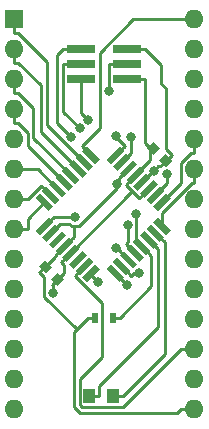
<source format=gbr>
G04 #@! TF.GenerationSoftware,KiCad,Pcbnew,(5.1.5)-3*
G04 #@! TF.CreationDate,2021-05-27T18:06:51+01:00*
G04 #@! TF.ProjectId,C595,43353935-2e6b-4696-9361-645f70636258,rev?*
G04 #@! TF.SameCoordinates,Original*
G04 #@! TF.FileFunction,Copper,L1,Top*
G04 #@! TF.FilePolarity,Positive*
%FSLAX46Y46*%
G04 Gerber Fmt 4.6, Leading zero omitted, Abs format (unit mm)*
G04 Created by KiCad (PCBNEW (5.1.5)-3) date 2021-05-27 18:06:51*
%MOMM*%
%LPD*%
G04 APERTURE LIST*
%ADD10O,1.600000X1.600000*%
%ADD11R,1.600000X1.600000*%
%ADD12C,0.100000*%
%ADD13R,0.500000X0.900000*%
%ADD14R,1.000000X1.250000*%
%ADD15R,2.400000X0.740000*%
%ADD16C,0.800000*%
%ADD17C,0.250000*%
G04 APERTURE END LIST*
D10*
X156240000Y-151000000D03*
X141000000Y-184020000D03*
X156240000Y-153540000D03*
X141000000Y-181480000D03*
X156240000Y-156080000D03*
X141000000Y-178940000D03*
X156240000Y-158620000D03*
X141000000Y-176400000D03*
X156240000Y-161160000D03*
X141000000Y-173860000D03*
X156240000Y-163700000D03*
X141000000Y-171320000D03*
X156240000Y-166240000D03*
X141000000Y-168780000D03*
X156240000Y-168780000D03*
X141000000Y-166240000D03*
X156240000Y-171320000D03*
X141000000Y-163700000D03*
X156240000Y-173860000D03*
X141000000Y-161160000D03*
X156240000Y-176400000D03*
X141000000Y-158620000D03*
X156240000Y-178940000D03*
X141000000Y-156080000D03*
X156240000Y-181480000D03*
X141000000Y-153540000D03*
X156240000Y-184020000D03*
D11*
X141000000Y-151000000D03*
G04 #@! TA.AperFunction,SMDPad,CuDef*
D12*
G36*
X152724963Y-168154074D02*
G01*
X153113872Y-167765165D01*
X154245243Y-168896536D01*
X153856334Y-169285445D01*
X152724963Y-168154074D01*
G37*
G04 #@! TD.AperFunction*
G04 #@! TA.AperFunction,SMDPad,CuDef*
G36*
X152159277Y-168719759D02*
G01*
X152548186Y-168330850D01*
X153679557Y-169462221D01*
X153290648Y-169851130D01*
X152159277Y-168719759D01*
G37*
G04 #@! TD.AperFunction*
G04 #@! TA.AperFunction,SMDPad,CuDef*
G36*
X151593592Y-169285445D02*
G01*
X151982501Y-168896536D01*
X153113872Y-170027907D01*
X152724963Y-170416816D01*
X151593592Y-169285445D01*
G37*
G04 #@! TD.AperFunction*
G04 #@! TA.AperFunction,SMDPad,CuDef*
G36*
X151027907Y-169851130D02*
G01*
X151416816Y-169462221D01*
X152548187Y-170593592D01*
X152159278Y-170982501D01*
X151027907Y-169851130D01*
G37*
G04 #@! TD.AperFunction*
G04 #@! TA.AperFunction,SMDPad,CuDef*
G36*
X150462221Y-170416816D02*
G01*
X150851130Y-170027907D01*
X151982501Y-171159278D01*
X151593592Y-171548187D01*
X150462221Y-170416816D01*
G37*
G04 #@! TD.AperFunction*
G04 #@! TA.AperFunction,SMDPad,CuDef*
G36*
X149896536Y-170982501D02*
G01*
X150285445Y-170593592D01*
X151416816Y-171724963D01*
X151027907Y-172113872D01*
X149896536Y-170982501D01*
G37*
G04 #@! TD.AperFunction*
G04 #@! TA.AperFunction,SMDPad,CuDef*
G36*
X149330850Y-171548186D02*
G01*
X149719759Y-171159277D01*
X150851130Y-172290648D01*
X150462221Y-172679557D01*
X149330850Y-171548186D01*
G37*
G04 #@! TD.AperFunction*
G04 #@! TA.AperFunction,SMDPad,CuDef*
G36*
X148765165Y-172113872D02*
G01*
X149154074Y-171724963D01*
X150285445Y-172856334D01*
X149896536Y-173245243D01*
X148765165Y-172113872D01*
G37*
G04 #@! TD.AperFunction*
G04 #@! TA.AperFunction,SMDPad,CuDef*
G36*
X147845926Y-171724963D02*
G01*
X148234835Y-172113872D01*
X147103464Y-173245243D01*
X146714555Y-172856334D01*
X147845926Y-171724963D01*
G37*
G04 #@! TD.AperFunction*
G04 #@! TA.AperFunction,SMDPad,CuDef*
G36*
X147280241Y-171159277D02*
G01*
X147669150Y-171548186D01*
X146537779Y-172679557D01*
X146148870Y-172290648D01*
X147280241Y-171159277D01*
G37*
G04 #@! TD.AperFunction*
G04 #@! TA.AperFunction,SMDPad,CuDef*
G36*
X146714555Y-170593592D02*
G01*
X147103464Y-170982501D01*
X145972093Y-172113872D01*
X145583184Y-171724963D01*
X146714555Y-170593592D01*
G37*
G04 #@! TD.AperFunction*
G04 #@! TA.AperFunction,SMDPad,CuDef*
G36*
X146148870Y-170027907D02*
G01*
X146537779Y-170416816D01*
X145406408Y-171548187D01*
X145017499Y-171159278D01*
X146148870Y-170027907D01*
G37*
G04 #@! TD.AperFunction*
G04 #@! TA.AperFunction,SMDPad,CuDef*
G36*
X145583184Y-169462221D02*
G01*
X145972093Y-169851130D01*
X144840722Y-170982501D01*
X144451813Y-170593592D01*
X145583184Y-169462221D01*
G37*
G04 #@! TD.AperFunction*
G04 #@! TA.AperFunction,SMDPad,CuDef*
G36*
X145017499Y-168896536D02*
G01*
X145406408Y-169285445D01*
X144275037Y-170416816D01*
X143886128Y-170027907D01*
X145017499Y-168896536D01*
G37*
G04 #@! TD.AperFunction*
G04 #@! TA.AperFunction,SMDPad,CuDef*
G36*
X144451814Y-168330850D02*
G01*
X144840723Y-168719759D01*
X143709352Y-169851130D01*
X143320443Y-169462221D01*
X144451814Y-168330850D01*
G37*
G04 #@! TD.AperFunction*
G04 #@! TA.AperFunction,SMDPad,CuDef*
G36*
X143886128Y-167765165D02*
G01*
X144275037Y-168154074D01*
X143143666Y-169285445D01*
X142754757Y-168896536D01*
X143886128Y-167765165D01*
G37*
G04 #@! TD.AperFunction*
G04 #@! TA.AperFunction,SMDPad,CuDef*
G36*
X142754757Y-166103464D02*
G01*
X143143666Y-165714555D01*
X144275037Y-166845926D01*
X143886128Y-167234835D01*
X142754757Y-166103464D01*
G37*
G04 #@! TD.AperFunction*
G04 #@! TA.AperFunction,SMDPad,CuDef*
G36*
X143320443Y-165537779D02*
G01*
X143709352Y-165148870D01*
X144840723Y-166280241D01*
X144451814Y-166669150D01*
X143320443Y-165537779D01*
G37*
G04 #@! TD.AperFunction*
G04 #@! TA.AperFunction,SMDPad,CuDef*
G36*
X143886128Y-164972093D02*
G01*
X144275037Y-164583184D01*
X145406408Y-165714555D01*
X145017499Y-166103464D01*
X143886128Y-164972093D01*
G37*
G04 #@! TD.AperFunction*
G04 #@! TA.AperFunction,SMDPad,CuDef*
G36*
X144451813Y-164406408D02*
G01*
X144840722Y-164017499D01*
X145972093Y-165148870D01*
X145583184Y-165537779D01*
X144451813Y-164406408D01*
G37*
G04 #@! TD.AperFunction*
G04 #@! TA.AperFunction,SMDPad,CuDef*
G36*
X145017499Y-163840722D02*
G01*
X145406408Y-163451813D01*
X146537779Y-164583184D01*
X146148870Y-164972093D01*
X145017499Y-163840722D01*
G37*
G04 #@! TD.AperFunction*
G04 #@! TA.AperFunction,SMDPad,CuDef*
G36*
X145583184Y-163275037D02*
G01*
X145972093Y-162886128D01*
X147103464Y-164017499D01*
X146714555Y-164406408D01*
X145583184Y-163275037D01*
G37*
G04 #@! TD.AperFunction*
G04 #@! TA.AperFunction,SMDPad,CuDef*
G36*
X146148870Y-162709352D02*
G01*
X146537779Y-162320443D01*
X147669150Y-163451814D01*
X147280241Y-163840723D01*
X146148870Y-162709352D01*
G37*
G04 #@! TD.AperFunction*
G04 #@! TA.AperFunction,SMDPad,CuDef*
G36*
X146714555Y-162143666D02*
G01*
X147103464Y-161754757D01*
X148234835Y-162886128D01*
X147845926Y-163275037D01*
X146714555Y-162143666D01*
G37*
G04 #@! TD.AperFunction*
G04 #@! TA.AperFunction,SMDPad,CuDef*
G36*
X149896536Y-161754757D02*
G01*
X150285445Y-162143666D01*
X149154074Y-163275037D01*
X148765165Y-162886128D01*
X149896536Y-161754757D01*
G37*
G04 #@! TD.AperFunction*
G04 #@! TA.AperFunction,SMDPad,CuDef*
G36*
X150462221Y-162320443D02*
G01*
X150851130Y-162709352D01*
X149719759Y-163840723D01*
X149330850Y-163451814D01*
X150462221Y-162320443D01*
G37*
G04 #@! TD.AperFunction*
G04 #@! TA.AperFunction,SMDPad,CuDef*
G36*
X151027907Y-162886128D02*
G01*
X151416816Y-163275037D01*
X150285445Y-164406408D01*
X149896536Y-164017499D01*
X151027907Y-162886128D01*
G37*
G04 #@! TD.AperFunction*
G04 #@! TA.AperFunction,SMDPad,CuDef*
G36*
X151593592Y-163451813D02*
G01*
X151982501Y-163840722D01*
X150851130Y-164972093D01*
X150462221Y-164583184D01*
X151593592Y-163451813D01*
G37*
G04 #@! TD.AperFunction*
G04 #@! TA.AperFunction,SMDPad,CuDef*
G36*
X152159278Y-164017499D02*
G01*
X152548187Y-164406408D01*
X151416816Y-165537779D01*
X151027907Y-165148870D01*
X152159278Y-164017499D01*
G37*
G04 #@! TD.AperFunction*
G04 #@! TA.AperFunction,SMDPad,CuDef*
G36*
X152724963Y-164583184D02*
G01*
X153113872Y-164972093D01*
X151982501Y-166103464D01*
X151593592Y-165714555D01*
X152724963Y-164583184D01*
G37*
G04 #@! TD.AperFunction*
G04 #@! TA.AperFunction,SMDPad,CuDef*
G36*
X153290648Y-165148870D02*
G01*
X153679557Y-165537779D01*
X152548186Y-166669150D01*
X152159277Y-166280241D01*
X153290648Y-165148870D01*
G37*
G04 #@! TD.AperFunction*
G04 #@! TA.AperFunction,SMDPad,CuDef*
G36*
X153856334Y-165714555D02*
G01*
X154245243Y-166103464D01*
X153113872Y-167234835D01*
X152724963Y-166845926D01*
X153856334Y-165714555D01*
G37*
G04 #@! TD.AperFunction*
G04 #@! TA.AperFunction,SMDPad,CuDef*
G36*
X143066662Y-171917992D02*
G01*
X143596992Y-171387662D01*
X144162678Y-171953348D01*
X143632348Y-172483678D01*
X143066662Y-171917992D01*
G37*
G04 #@! TD.AperFunction*
G04 #@! TA.AperFunction,SMDPad,CuDef*
G36*
X144127322Y-172978652D02*
G01*
X144657652Y-172448322D01*
X145223338Y-173014008D01*
X144693008Y-173544338D01*
X144127322Y-172978652D01*
G37*
G04 #@! TD.AperFunction*
G04 #@! TA.AperFunction,SMDPad,CuDef*
G36*
X153306678Y-161920348D02*
G01*
X152776348Y-162450678D01*
X152210662Y-161884992D01*
X152740992Y-161354662D01*
X153306678Y-161920348D01*
G37*
G04 #@! TD.AperFunction*
G04 #@! TA.AperFunction,SMDPad,CuDef*
G36*
X154367338Y-162981008D02*
G01*
X153837008Y-163511338D01*
X153271322Y-162945652D01*
X153801652Y-162415322D01*
X154367338Y-162981008D01*
G37*
G04 #@! TD.AperFunction*
D13*
X149340000Y-176276000D03*
X147840000Y-176276000D03*
D14*
X149336000Y-182880000D03*
X147336000Y-182880000D03*
D15*
X150540000Y-156083000D03*
X146640000Y-156083000D03*
X150540000Y-154813000D03*
X146640000Y-154813000D03*
X150540000Y-153543000D03*
X146640000Y-153543000D03*
D16*
X149684800Y-164919100D03*
X152827500Y-163809100D03*
X144258400Y-174180800D03*
X149597000Y-160873500D03*
X150886800Y-160937100D03*
X153932400Y-164126300D03*
X150579800Y-168378600D03*
X145814500Y-160952500D03*
X149631600Y-170396100D03*
X149014700Y-157061200D03*
X151529200Y-172489000D03*
X150526000Y-173485800D03*
X148054000Y-173203900D03*
X146534400Y-160234000D03*
X146139200Y-167759500D03*
X151330000Y-167460300D03*
X147259800Y-159536600D03*
D17*
X152065300Y-153543000D02*
X153369000Y-154846700D01*
X153369000Y-154846700D02*
X153369000Y-156428100D01*
X153369000Y-156428100D02*
X153819300Y-156878400D01*
X153819300Y-156878400D02*
X153819300Y-161972800D01*
X153819300Y-161972800D02*
X154314600Y-162468000D01*
X153819300Y-162963300D02*
X154314600Y-162468000D01*
X150540000Y-153543000D02*
X152065300Y-153543000D01*
X146007700Y-168484800D02*
X146439700Y-168484800D01*
X146439700Y-168484800D02*
X149684800Y-165239700D01*
X149684800Y-165239700D02*
X149684800Y-164919100D01*
X144876300Y-168295300D02*
X144876300Y-168295400D01*
X144876300Y-168295400D02*
X145649400Y-168295400D01*
X145649400Y-168295400D02*
X145838800Y-168484800D01*
X145838800Y-168484800D02*
X146007700Y-168484800D01*
X146007700Y-168484800D02*
X146007700Y-169426700D01*
X146296300Y-177244400D02*
X146060300Y-177480400D01*
X146060300Y-177480400D02*
X146060300Y-183841500D01*
X146060300Y-183841500D02*
X146576500Y-184357700D01*
X146576500Y-184357700D02*
X154777000Y-184357700D01*
X154777000Y-184357700D02*
X155114700Y-184020000D01*
X147264700Y-176276000D02*
X146296300Y-177244400D01*
X143119500Y-172430900D02*
X143533100Y-172844600D01*
X143533100Y-172844600D02*
X143533100Y-174481200D01*
X143533100Y-174481200D02*
X146296300Y-177244400D01*
X143614700Y-171935700D02*
X143119500Y-172430900D01*
X143698700Y-171851700D02*
X143614700Y-171935700D01*
X143698700Y-171851700D02*
X144110000Y-171440400D01*
X156240000Y-184020000D02*
X155114700Y-184020000D01*
X144416300Y-171018100D02*
X144416300Y-171134100D01*
X144416300Y-171134100D02*
X144110000Y-171440400D01*
X147840000Y-176276000D02*
X147264700Y-176276000D01*
X149861000Y-164442000D02*
X149861000Y-164742900D01*
X149861000Y-164742900D02*
X149684800Y-164919100D01*
X152827500Y-163809100D02*
X153178100Y-163458500D01*
X153178100Y-163458500D02*
X153324000Y-163458500D01*
X153324000Y-163458500D02*
X153324100Y-163458500D01*
X152827500Y-163809100D02*
X152756500Y-163809100D01*
X152756500Y-163809100D02*
X151788000Y-164777600D01*
X153819300Y-162963300D02*
X153324100Y-163458500D01*
X145212000Y-170222400D02*
X146007700Y-169426700D01*
X144080600Y-169091000D02*
X144876300Y-168295300D01*
X150656700Y-163646300D02*
X149861000Y-164442000D01*
X145212000Y-170222400D02*
X144416300Y-171018100D01*
X150540000Y-156083000D02*
X152065300Y-156083000D01*
X152065300Y-156083000D02*
X152065300Y-161465700D01*
X152065300Y-161465700D02*
X152502300Y-161902700D01*
X152502300Y-161902700D02*
X152502300Y-162932100D01*
X152502300Y-162932100D02*
X151222400Y-164212000D01*
X152758700Y-161902700D02*
X152502300Y-161902700D01*
X145777600Y-170788000D02*
X144981900Y-171583700D01*
X144675300Y-172996300D02*
X145170600Y-172501000D01*
X144981900Y-171583700D02*
X145170500Y-171772300D01*
X145170500Y-171772300D02*
X145170500Y-172501000D01*
X145170500Y-172501000D02*
X145170600Y-172501000D01*
X150992200Y-165573400D02*
X145777600Y-170788000D01*
X144675300Y-172996300D02*
X144180100Y-173491500D01*
X144180100Y-173491500D02*
X144258400Y-173569900D01*
X144258400Y-173569900D02*
X144258400Y-174180800D01*
X151558000Y-166139000D02*
X151557800Y-166139000D01*
X151557800Y-166139000D02*
X150992200Y-165573400D01*
X150426700Y-165007700D02*
X150426700Y-165007900D01*
X150426700Y-165007900D02*
X150992200Y-165573400D01*
X151222400Y-164212000D02*
X150426700Y-165007700D01*
X152353700Y-165343300D02*
X151558000Y-166139000D01*
X146679100Y-161719200D02*
X148205500Y-160192800D01*
X148205500Y-160192800D02*
X148205500Y-153841600D01*
X148205500Y-153841600D02*
X151047100Y-151000000D01*
X151047100Y-151000000D02*
X156240000Y-151000000D01*
X147474700Y-162514900D02*
X146679100Y-161719200D01*
X150321000Y-161719200D02*
X149597000Y-160995300D01*
X149597000Y-160995300D02*
X149597000Y-160873500D01*
X149525300Y-162514900D02*
X150321000Y-161719200D01*
X150886800Y-162284800D02*
X150886800Y-160937100D01*
X150091000Y-163080600D02*
X150886800Y-162284800D01*
X152919400Y-165909000D02*
X153932400Y-164896000D01*
X153932400Y-164896000D02*
X153932400Y-164126300D01*
X154280800Y-165679000D02*
X155114700Y-164845100D01*
X155114700Y-164845100D02*
X155114700Y-163129200D01*
X155114700Y-163129200D02*
X155958600Y-162285300D01*
X155958600Y-162285300D02*
X156240000Y-162285300D01*
X153485100Y-166474700D02*
X154280800Y-165679000D01*
X156240000Y-161160000D02*
X156240000Y-162285300D01*
X156240000Y-163700000D02*
X156240000Y-164825300D01*
X153485100Y-168525300D02*
X153485100Y-167403300D01*
X153485100Y-167403300D02*
X156063100Y-164825300D01*
X156063100Y-164825300D02*
X156240000Y-164825300D01*
X150426700Y-169992300D02*
X150579800Y-169839200D01*
X150579800Y-169839200D02*
X150579800Y-168378600D01*
X151222400Y-170788000D02*
X150426700Y-169992300D01*
X145814500Y-160952500D02*
X144636900Y-159774900D01*
X144636900Y-159774900D02*
X144636900Y-154020800D01*
X144636900Y-154020800D02*
X145114700Y-153543000D01*
X141000000Y-168780000D02*
X142125300Y-168780000D01*
X142125300Y-168780000D02*
X142125300Y-167864300D01*
X142125300Y-167864300D02*
X143514900Y-166474700D01*
X146640000Y-153543000D02*
X145114700Y-153543000D01*
X149861000Y-170558000D02*
X149793500Y-170558000D01*
X149793500Y-170558000D02*
X149631600Y-170396100D01*
X150656700Y-171353700D02*
X149861000Y-170558000D01*
X144080600Y-165909000D02*
X143284800Y-165113200D01*
X141000000Y-166240000D02*
X142125300Y-166240000D01*
X149014700Y-154813000D02*
X149014700Y-157061200D01*
X150540000Y-154813000D02*
X149014700Y-154813000D01*
X143284800Y-165113200D02*
X142158000Y-166240000D01*
X142158000Y-166240000D02*
X142125300Y-166240000D01*
X150091000Y-171919400D02*
X150886800Y-172715200D01*
X150886800Y-172715200D02*
X151113000Y-172489000D01*
X151113000Y-172489000D02*
X151529200Y-172489000D01*
X144646300Y-165343300D02*
X143003000Y-163700000D01*
X143003000Y-163700000D02*
X141000000Y-163700000D01*
X149525300Y-172485100D02*
X150526000Y-173485800D01*
X147474700Y-172485100D02*
X147474700Y-172624600D01*
X147474700Y-172624600D02*
X148054000Y-173203900D01*
X144416300Y-163981900D02*
X142125300Y-161690900D01*
X142125300Y-161690900D02*
X142125300Y-160589200D01*
X142125300Y-160589200D02*
X141281400Y-159745300D01*
X141281400Y-159745300D02*
X141000000Y-159745300D01*
X145212000Y-164777600D02*
X144416300Y-163981900D01*
X141000000Y-158620000D02*
X141000000Y-159745300D01*
X156240000Y-178940000D02*
X155114700Y-178940000D01*
X146909000Y-171919400D02*
X146113200Y-172715200D01*
X146113200Y-172715200D02*
X148415400Y-175017400D01*
X148415400Y-175017400D02*
X148415400Y-179548100D01*
X148415400Y-179548100D02*
X146510600Y-181452900D01*
X146510600Y-181452900D02*
X146510600Y-183654900D01*
X146510600Y-183654900D02*
X146706900Y-183851200D01*
X146706900Y-183851200D02*
X150203500Y-183851200D01*
X150203500Y-183851200D02*
X155114700Y-178940000D01*
X141000000Y-156080000D02*
X141000000Y-157205300D01*
X145777600Y-164212000D02*
X142584600Y-161019000D01*
X142584600Y-161019000D02*
X142584600Y-158508600D01*
X142584600Y-158508600D02*
X141281300Y-157205300D01*
X141281300Y-157205300D02*
X141000000Y-157205300D01*
X145114700Y-154813000D02*
X145114700Y-158814300D01*
X145114700Y-158814300D02*
X146534400Y-160234000D01*
X146640000Y-154813000D02*
X145114700Y-154813000D01*
X143514900Y-168525300D02*
X144310600Y-167729600D01*
X144310600Y-167729600D02*
X144340400Y-167759500D01*
X144340400Y-167759500D02*
X146139200Y-167759500D01*
X141000000Y-153540000D02*
X141000000Y-154665300D01*
X146343300Y-163646300D02*
X143208700Y-160511700D01*
X143208700Y-160511700D02*
X143208700Y-156592700D01*
X143208700Y-156592700D02*
X141281300Y-154665300D01*
X141281300Y-154665300D02*
X141000000Y-154665300D01*
X146909000Y-163080600D02*
X143763800Y-159935400D01*
X143763800Y-159935400D02*
X143763800Y-154607800D01*
X143763800Y-154607800D02*
X141281300Y-152125300D01*
X141281300Y-152125300D02*
X141000000Y-152125300D01*
X141000000Y-151000000D02*
X141000000Y-152125300D01*
X152919400Y-169091000D02*
X153715200Y-169886800D01*
X149336000Y-182880000D02*
X150161300Y-182880000D01*
X150161300Y-182880000D02*
X153715200Y-179326100D01*
X153715200Y-179326100D02*
X153715200Y-169886800D01*
X152353700Y-169656700D02*
X153149400Y-170452400D01*
X147336000Y-182880000D02*
X148161300Y-182880000D01*
X148161300Y-182880000D02*
X148161300Y-182054700D01*
X148161300Y-182054700D02*
X153149400Y-177066600D01*
X153149400Y-177066600D02*
X153149400Y-170452400D01*
X146640000Y-156083000D02*
X146640000Y-158916800D01*
X146640000Y-158916800D02*
X147259800Y-159536600D01*
X151788000Y-170222400D02*
X152583700Y-171018100D01*
X149340000Y-176276000D02*
X149915300Y-176276000D01*
X149915300Y-176276000D02*
X152583700Y-173607600D01*
X152583700Y-173607600D02*
X152583700Y-171018100D01*
X151330000Y-167460300D02*
X151330000Y-168915100D01*
X151330000Y-168915100D02*
X151259100Y-168986000D01*
X151259100Y-168986000D02*
X151259100Y-169693500D01*
X151259100Y-169693500D02*
X151788000Y-170222400D01*
M02*

</source>
